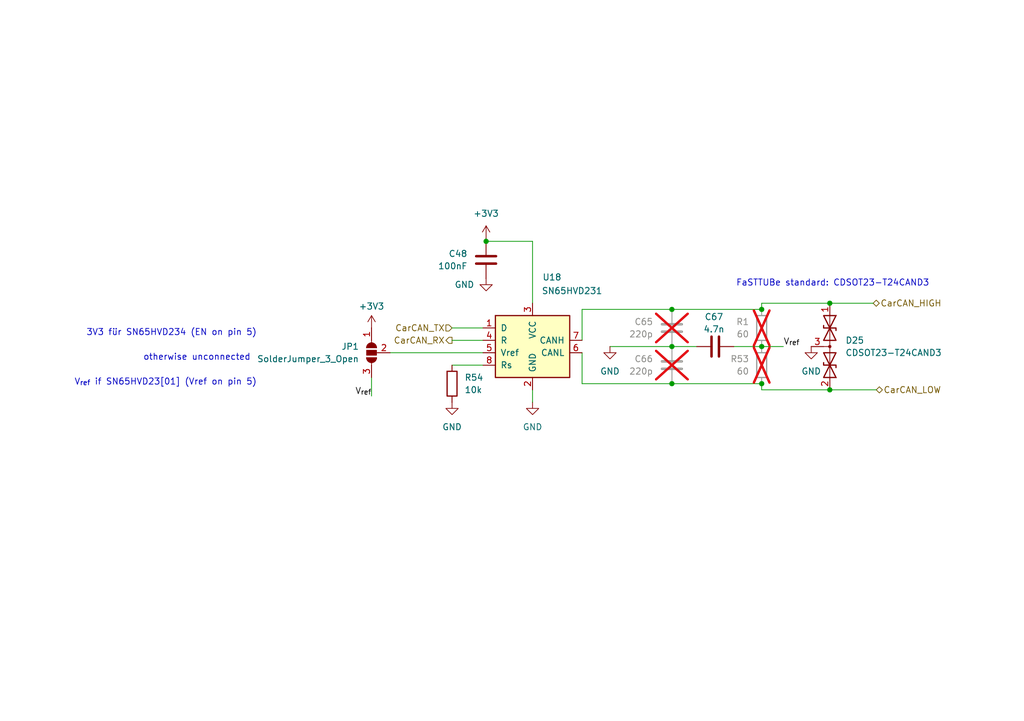
<source format=kicad_sch>
(kicad_sch (version 20250114) (generator "eeschema") (generator_version "9.0")
  (paper "A5")
  (title_block (title "CAN Transciever") (date "2025-03-09") (rev "V1") (comment 1 "Lene Marquardt"))
  (lib_symbols
    (symbol "Device:C" (pin_numbers (hide yes)) (pin_names (offset 0.254))
      (property "Reference" "C" (at 0.635 2.54 0))
      (property "Value" "C" (at 0.635 -2.54 0))
      (symbol "C_0_1"
        (polyline (pts (xy -2.032 0.762) (xy 2.032 0.762)) (stroke (width 0.508)))
        (polyline (pts (xy -2.032 -0.762) (xy 2.032 -0.762)) (stroke (width 0.508)))
      )
      (symbol "C_1_1"
        (pin passive line (at 0 3.81 270) (length 2.794) (name "~") (number "1"))
        (pin passive line (at 0 -3.81 90) (length 2.794) (name "~") (number "2"))
      )
    )
    (symbol "Device:D_TVS_Dual_AAC" (pin_names (offset 1.016) (hide yes))
      (property "Reference" "D" (at 0 4.445 0))
      (property "Value" "D_TVS_Dual_AAC" (at 0 2.54 0))
      (symbol "D_TVS_Dual_AAC_0_0"
        (polyline (pts (xy 0 -1.27) (xy 0 0)))
      )
      (symbol "D_TVS_Dual_AAC_0_1"
        (polyline (pts (xy -6.35 1.27) (xy -1.27 -1.27) (xy -1.27 1.27) (xy -6.35 -1.27) (xy -6.35 1.27)) (stroke (width 0.254)))
        (polyline (pts (xy -6.35 0) (xy 6.35 0)))
        (polyline (pts (xy -3.302 1.27) (xy -3.81 1.27) (xy -3.81 -1.27) (xy -4.318 -1.27)) (stroke (width 0.254)))
        (circle (center 0 0) (radius 0.254) (fill (type outline)))
        (polyline (pts (xy 4.318 1.27) (xy 3.81 1.27) (xy 3.81 -1.27) (xy 3.302 -1.27)) (stroke (width 0.254)))
        (polyline (pts (xy 6.35 1.27) (xy 1.27 -1.27) (xy 1.27 1.27) (xy 6.35 -1.27) (xy 6.35 1.27)) (stroke (width 0.254)))
      )
      (symbol "D_TVS_Dual_AAC_1_1"
        (pin passive line (at -8.89 0 0) (length 2.54) (name "A1") (number "1"))
        (pin passive line (at 0 -3.81 90) (length 2.54) (name "common") (number "3"))
        (pin passive line (at 8.89 0 180) (length 2.54) (name "A2") (number "2"))
      )
    )
    (symbol "Device:R" (pin_numbers (hide yes)) (pin_names (offset 0))
      (property "Reference" "R" (at 2.032 0 90))
      (property "Value" "R" (at 0 0 90))
      (symbol "R_0_1"
        (rectangle (start -1.016 -2.54) (end 1.016 2.54) (stroke (width 0.254)))
      )
      (symbol "R_1_1"
        (pin passive line (at 0 3.81 270) (length 1.27) (name "~") (number "1"))
        (pin passive line (at 0 -3.81 90) (length 1.27) (name "~") (number "2"))
      )
    )
    (symbol "Interface_CAN_LIN:SN65HVD231" (pin_names (offset 1.016))
      (property "Reference" "U" (at -2.54 10.16 0))
      (property "Value" "SN65HVD231" (at -2.54 7.62 0))
      (symbol "SN65HVD231_0_1"
        (rectangle (start -7.62 5.08) (end 7.62 -7.62) (stroke (width 0.254)) (fill (type background)))
      )
      (symbol "SN65HVD231_1_1"
        (pin input line (at -10.16 2.54 0) (length 2.54) (name "D") (number "1"))
        (pin output line (at -10.16 0 0) (length 2.54) (name "R") (number "4"))
        (pin output line (at -10.16 -2.54 0) (length 2.54) (name "Vref") (number "5"))
        (pin input line (at -10.16 -5.08 0) (length 2.54) (name "Rs") (number "8"))
        (pin power_in line (at 0 7.62 270) (length 2.54) (name "VCC") (number "3"))
        (pin power_in line (at 0 -10.16 90) (length 2.54) (name "GND") (number "2"))
        (pin bidirectional line (at 10.16 0 180) (length 2.54) (name "CANH") (number "7"))
        (pin bidirectional line (at 10.16 -2.54 180) (length 2.54) (name "CANL") (number "6"))
      )
    )
    (symbol "Jumper:SolderJumper_3_Open" (pin_names (offset 0) (hide yes))
      (property "Reference" "JP" (at -2.54 -2.54 0))
      (property "Value" "SolderJumper_3_Open" (at 0 2.794 0))
      (symbol "SolderJumper_3_Open_0_1"
        (polyline (pts (xy -2.54 0) (xy -2.032 0)))
        (polyline (pts (xy -1.016 1.016) (xy -1.016 -1.016)))
        (arc (start -1.016 -1.016) (mid -2.0276 0) (end -1.016 1.016))
        (arc (start -1.016 -1.016) (mid -2.0276 0) (end -1.016 1.016) (fill (type outline)))
        (rectangle (start -0.508 1.016) (end 0.508 -1.016) (fill (type outline)))
        (polyline (pts (xy 0 -1.27) (xy 0 -1.016)))
        (arc (start 1.016 1.016) (mid 2.0276 0) (end 1.016 -1.016))
        (arc (start 1.016 1.016) (mid 2.0276 0) (end 1.016 -1.016) (fill (type outline)))
        (polyline (pts (xy 1.016 1.016) (xy 1.016 -1.016)))
        (polyline (pts (xy 2.54 0) (xy 2.032 0)))
      )
      (symbol "SolderJumper_3_Open_1_1"
        (pin passive line (at -5.08 0 0) (length 2.54) (name "A") (number "1"))
        (pin passive line (at 0 -3.81 90) (length 2.54) (name "C") (number "2"))
        (pin passive line (at 5.08 0 180) (length 2.54) (name "B") (number "3"))
      )
    )
    (symbol "power:+3V3" (power) (pin_numbers (hide yes)) (pin_names (offset 0) (hide yes))
      (property "Value" "+3V3" (at 0 3.556 0))
      (symbol "+3V3_0_1"
        (polyline (pts (xy -0.762 1.27) (xy 0 2.54)))
        (polyline (pts (xy 0 2.54) (xy 0.762 1.27)))
        (polyline (pts (xy 0 0) (xy 0 2.54)))
      )
      (symbol "+3V3_1_1"
        (pin power_in line (at 0 0 90) (length 0) (name "~") (number "1"))
      )
    )
    (symbol "power:GND" (power) (pin_numbers (hide yes)) (pin_names (offset 0) (hide yes))
      (property "Value" "GND" (at 0 -3.81 0))
      (symbol "GND_0_1"
        (polyline (pts (xy 0 0) (xy 0 -1.27) (xy 1.27 -1.27) (xy 0 -2.54) (xy -1.27 -1.27) (xy 0 -1.27)))
      )
      (symbol "GND_1_1"
        (pin power_in line (at 0 0 270) (length 0) (name "~") (number "1"))
      )
    )
  )
  (text "FaSTTUBe standard: CDSOT23-T24CAND3" (at 190.627 58.928 0) (effects (font (size 1.27 1.27)) (justify right bottom)))
  (text "otherwise unconnected" (at 51.435 74.168 0) (effects (font (size 1.27 1.27)) (justify right bottom)))
  (text "V_{ref} if SN65HVD23[01] (Vref on pin 5)" (at 52.705 79.248 0) (effects (font (size 1.27 1.27)) (justify right bottom)))
  (text "3V3 für SN65HVD234 (EN on pin 5)" (at 52.705 69.088 0) (effects (font (size 1.27 1.27)) (justify right bottom)))
  (junction (at 156.21 63.5))
  (junction (at 170.18 80.01))
  (junction (at 137.795 78.74))
  (junction (at 156.21 78.74))
  (junction (at 137.795 63.5))
  (junction (at 137.795 71.12))
  (junction (at 99.695 49.53))
  (junction (at 156.21 71.12))
  (junction (at 170.18 62.23))
  (wire (pts (xy 156.21 78.74) (xy 137.795 78.74)))
  (wire (pts (xy 92.71 67.31) (xy 99.06 67.31)))
  (wire (pts (xy 76.2 81.28) (xy 76.2 77.47)))
  (wire (pts (xy 109.22 82.55) (xy 109.22 80.01)))
  (wire (pts (xy 142.875 71.12) (xy 137.795 71.12)))
  (wire (pts (xy 160.655 71.12) (xy 156.21 71.12)))
  (wire (pts (xy 119.38 78.74) (xy 137.795 78.74)))
  (wire (pts (xy 170.18 62.23) (xy 179.07 62.23)))
  (wire (pts (xy 92.71 69.85) (xy 99.06 69.85)))
  (wire (pts (xy 99.06 72.39) (xy 80.01 72.39)))
  (wire (pts (xy 119.38 72.39) (xy 119.38 78.74)))
  (wire (pts (xy 156.21 62.23) (xy 156.21 63.5)))
  (wire (pts (xy 99.695 48.895) (xy 99.695 49.53)))
  (wire (pts (xy 156.21 80.01) (xy 170.18 80.01)))
  (wire (pts (xy 92.71 74.93) (xy 99.06 74.93)))
  (wire (pts (xy 137.795 71.12) (xy 125.095 71.12)))
  (wire (pts (xy 156.21 71.12) (xy 150.495 71.12)))
  (wire (pts (xy 170.18 80.01) (xy 179.705 80.01)))
  (wire (pts (xy 109.22 49.53) (xy 99.695 49.53)))
  (wire (pts (xy 156.21 63.5) (xy 137.795 63.5)))
  (wire (pts (xy 109.22 49.53) (xy 109.22 62.23)))
  (wire (pts (xy 156.21 80.01) (xy 156.21 78.74)))
  (wire (pts (xy 119.38 69.85) (xy 119.38 63.5)))
  (wire (pts (xy 119.38 63.5) (xy 137.795 63.5)))
  (wire (pts (xy 156.21 62.23) (xy 170.18 62.23)))
  (label "V_{ref}" (at 160.655 71.12 0))
  (label "V_{ref}" (at 76.2 81.28 180))
  (hierarchical_label "CarCAN_HIGH" (shape bidirectional) (at 179.07 62.23 0))
  (hierarchical_label "CarCAN_RX" (shape output) (at 92.71 69.85 180))
  (hierarchical_label "CarCAN_TX" (shape input) (at 92.71 67.31 180))
  (hierarchical_label "CarCAN_LOW" (shape bidirectional) (at 179.705 80.01 0))
  (symbol (lib_id "Jumper:SolderJumper_3_Open") (at 76.2 72.39 90) (mirror x) (unit 1)
    (property "Reference" "JP1" (at 73.66 71.12 90) (effects (justify left)))
    (property "Value" "SolderJumper_3_Open" (at 73.66 73.66 90) (effects (justify left)))
    (property "Footprint" "Jumper:SolderJumper-3_P1.3mm_Open_RoundedPad1.0x1.5mm_NumberLabels" (effects (hide yes)))
    (property "Description" "Solder Jumper, 3-pole, open" (effects (hide yes)))
  )
  (symbol (lib_id "Device:R") (at 156.21 67.31 0) (mirror y) (unit 1) (dnp yes)
    (property "Reference" "R81" (at 153.67 66.04 0) (effects (justify left)))
    (property "Value" "60" (at 153.67 68.58 0) (effects (justify left)))
    (property "Footprint" "Resistor_SMD:R_0603_1608Metric" (effects (hide yes)))
    (property "Description" "Resistor" (effects (hide yes)))
    (instances (project "LVBMS" (path "" (reference "R1") (unit 1))) (project "Master_FT25" (path "" (reference "R81") (unit 1))))
  )
  (symbol (lib_id "Device:R") (at 156.21 74.93 0) (mirror y) (unit 1) (dnp yes)
    (property "Reference" "R82" (at 153.67 73.66 0) (effects (justify left)))
    (property "Value" "60" (at 153.67 76.2 0) (effects (justify left)))
    (property "Footprint" "Resistor_SMD:R_0603_1608Metric" (effects (hide yes)))
    (property "Description" "Resistor" (effects (hide yes)))
    (instances (project "LVBMS" (path "" (reference "R53") (unit 1))) (project "Master_FT25" (path "" (reference "R82") (unit 1))))
  )
  (symbol (lib_id "Device:C") (at 137.795 74.93 0) (mirror y) (unit 1) (dnp yes)
    (property "Reference" "C39" (at 133.985 73.66 0) (effects (justify left)))
    (property "Value" "220p" (at 133.985 76.2 0) (effects (justify left)))
    (property "Footprint" "Capacitor_SMD:C_0603_1608Metric" (effects (hide yes)))
    (property "Description" "Unpolarized capacitor" (effects (hide yes)))
    (instances (project "LVBMS" (path "" (reference "C66") (unit 1))) (project "Master_FT25" (path "" (reference "C39") (unit 1))))
  )
  (symbol (lib_id "Device:R") (at 92.71 78.74 0) (unit 1)
    (property "Reference" "R80" (at 95.25 77.47 0) (effects (justify left)))
    (property "Value" "10k" (at 95.25 80.01 0) (effects (justify left)))
    (property "Footprint" "Resistor_SMD:R_0603_1608Metric" (effects (hide yes)))
    (property "Description" "Resistor" (effects (hide yes)))
    (instances (project "LVBMS" (path "" (reference "R54") (unit 1))) (project "Master_FT25" (path "" (reference "R80") (unit 1))))
  )
  (symbol (lib_id "power:GND") (at 109.22 82.55 0) (mirror y) (unit 1)
    (property "Reference" "#PWR083" (effects (hide yes)))
    (property "Value" "GND" (at 109.22 87.63 0))
    (property "Description" "Power symbol creates a global label with name \"GND\" , ground" (effects (hide yes)))
    (instances (project "LVBMS" (path "" (reference "#PWR029") (unit 1))) (project "Master_FT25" (path "" (reference "#PWR083") (unit 1))))
  )
  (symbol (lib_id "power:GND") (at 166.37 71.12 0) (mirror y) (unit 1)
    (property "Reference" "#PWR085" (effects (hide yes)))
    (property "Value" "GND" (at 166.37 76.2 0))
    (property "Description" "Power symbol creates a global label with name \"GND\" , ground" (effects (hide yes)))
    (instances (project "LVBMS" (path "" (reference "#PWR094") (unit 1))) (project "Master_FT25" (path "" (reference "#PWR085") (unit 1))))
  )
  (symbol (lib_id "power:+3V3") (at 99.695 48.895 0) (mirror y) (unit 1)
    (property "Reference" "#PWR081" (effects (hide yes)))
    (property "Value" "+3V3" (at 99.695 43.815 0))
    (property "Description" "Power symbol creates a global label with name \"+3V3\"" (effects (hide yes)))
    (instances (project "LVBMS" (path "" (reference "#PWR024") (unit 1))) (project "Master_FT25" (path "" (reference "#PWR081") (unit 1))))
  )
  (symbol (lib_id "power:+3V3") (at 76.2 67.31 0) (mirror y) (unit 1)
    (property "Reference" "#PWR079" (effects (hide yes)))
    (property "Value" "+3V3" (at 76.2 62.865 0))
    (property "Description" "Power symbol creates a global label with name \"+3V3\"" (effects (hide yes)))
    (instances (project "LVBMS" (path "" (reference "#PWR015") (unit 1))) (project "Master_FT25" (path "" (reference "#PWR079") (unit 1))))
  )
  (symbol (lib_id "Device:C") (at 146.685 71.12 270) (mirror x) (unit 1)
    (property "Reference" "C40" (at 146.431 65.024 90))
    (property "Value" "4.7n" (at 146.431 67.564 90))
    (property "Footprint" "Capacitor_SMD:C_0603_1608Metric" (effects (hide yes)))
    (property "Description" "Unpolarized capacitor" (effects (hide yes)))
    (instances (project "LVBMS" (path "" (reference "C67") (unit 1))) (project "Master_FT25" (path "" (reference "C40") (unit 1))))
  )
  (symbol (lib_id "power:GND") (at 92.71 82.55 0) (mirror y) (unit 1)
    (property "Reference" "#PWR080" (effects (hide yes)))
    (property "Value" "GND" (at 92.71 87.63 0))
    (property "Description" "Power symbol creates a global label with name \"GND\" , ground" (effects (hide yes)))
    (instances (project "LVBMS" (path "" (reference "#PWR023") (unit 1))) (project "Master_FT25" (path "" (reference "#PWR080") (unit 1))))
  )
  (symbol (lib_id "Interface_CAN_LIN:SN65HVD231") (at 109.22 69.85 0) (unit 1)
    (property "Reference" "U15" (at 115.189 56.896 0) (effects (justify right)))
    (property "Value" "SN65HVD231" (at 123.571 59.69 0) (effects (justify right)))
    (property "Footprint" "Package_SO:SOIC-8_3.9x4.9mm_P1.27mm" (effects (hide yes)))
    (property "Datasheet" "https://www.ti.com/lit/ds/symlink/sn65hvd230.pdf?ts=1730823053790&ref_url=https%253A%252F%252Fwww.ti.com%252Fproduct%252Fde-de%252FSN65HVD230" (effects (hide yes)))
    (property "Description" "CAN Bus Transceivers, 3.3V, 1Mbps,Ultra Low-Power capabilities, SOIC-8" (effects (hide yes)))
    (instances (project "LVBMS" (path "" (reference "U18") (unit 1))) (project "Master_FT25" (path "" (reference "U15") (unit 1))))
  )
  (symbol (lib_id "Device:C") (at 137.795 67.31 0) (mirror y) (unit 1) (dnp yes)
    (property "Reference" "C38" (at 133.985 66.04 0) (effects (justify left)))
    (property "Value" "220p" (at 133.985 68.58 0) (effects (justify left)))
    (property "Footprint" "Capacitor_SMD:C_0603_1608Metric" (effects (hide yes)))
    (property "Description" "Unpolarized capacitor" (effects (hide yes)))
    (instances (project "LVBMS" (path "" (reference "C65") (unit 1))) (project "Master_FT25" (path "" (reference "C38") (unit 1))))
  )
  (symbol (lib_id "Device:C") (at 99.695 53.34 0) (mirror y) (unit 1)
    (property "Reference" "C37" (at 95.885 52.0699 0) (effects (justify left)))
    (property "Value" "100nF" (at 95.885 54.6099 0) (effects (justify left)))
    (property "Footprint" "Capacitor_SMD:C_0603_1608Metric" (effects (hide yes)))
    (property "Description" "Unpolarized capacitor" (effects (hide yes)))
    (instances (project "LVBMS" (path "" (reference "C48") (unit 1))) (project "Master_FT25" (path "" (reference "C37") (unit 1))))
  )
  (symbol (lib_id "Device:D_TVS_Dual_AAC") (at 170.18 71.12 270) (unit 1)
    (property "Reference" "D25" (at 173.355 69.85 90) (effects (justify left)))
    (property "Value" "CDSOT23-T24CAND3" (at 173.355 72.39 90) (effects (justify left)))
    (property "Footprint" "Package_TO_SOT_SMD:SOT-23-3" (effects (hide yes)))
    (property "Datasheet" "https://www.mouser.de/datasheet/2/54/cdsot23_t24can_q-1534349.pdf" (effects (hide yes)))
    (property "Description" "Bidirectional dual transient-voltage-suppression diode, center on pin 3" (effects (hide yes)))
  )
  (symbol (lib_id "power:GND") (at 99.695 57.15 0) (mirror y) (unit 1)
    (property "Reference" "#PWR082" (effects (hide yes)))
    (property "Value" "GND" (at 95.25 58.42 0))
    (property "Description" "Power symbol creates a global label with name \"GND\" , ground" (effects (hide yes)))
    (instances (project "LVBMS" (path "" (reference "#PWR025") (unit 1))) (project "Master_FT25" (path "" (reference "#PWR082") (unit 1))))
  )
  (symbol (lib_id "power:GND") (at 125.095 71.12 0) (mirror y) (unit 1)
    (property "Reference" "#PWR084" (effects (hide yes)))
    (property "Value" "GND" (at 125.095 76.2 0))
    (property "Description" "Power symbol creates a global label with name \"GND\" , ground" (effects (hide yes)))
    (instances (project "LVBMS" (path "" (reference "#PWR094") (unit 1))) (project "Master_FT25" (path "" (reference "#PWR084") (unit 1))))
  )
)
</source>
